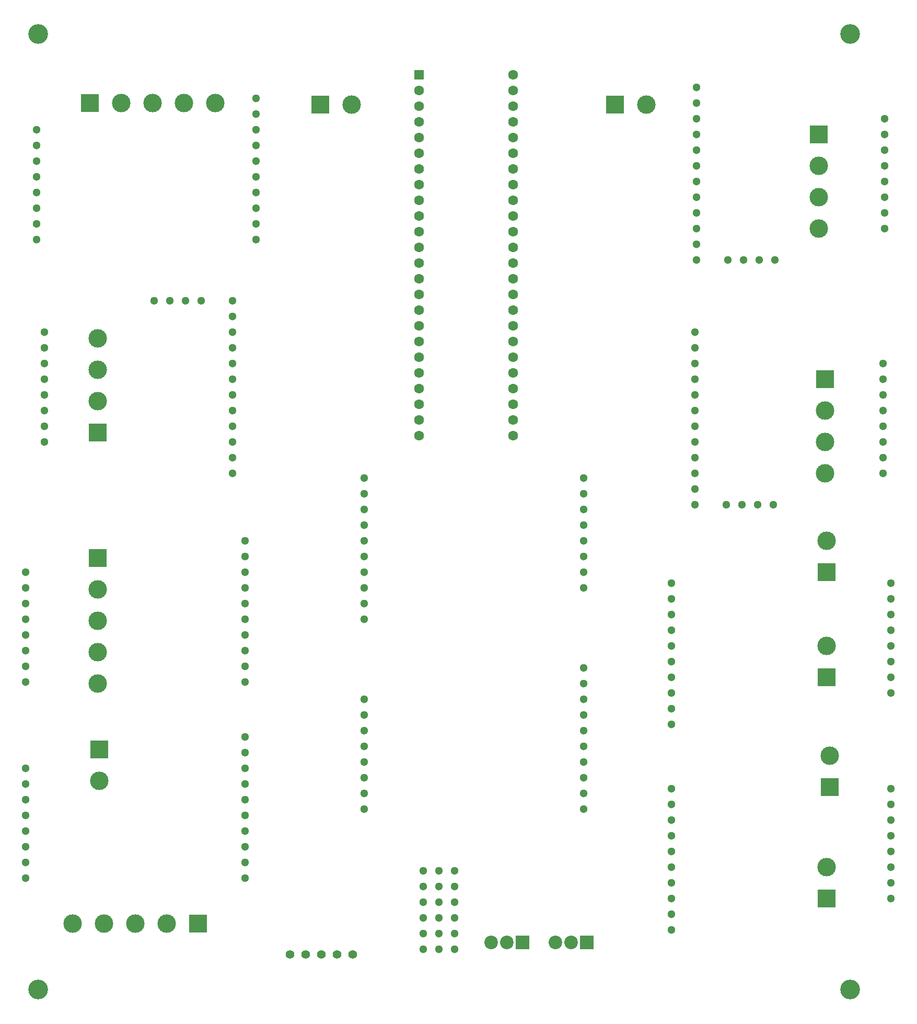
<source format=gbr>
%TF.GenerationSoftware,KiCad,Pcbnew,(5.1.7)-1*%
%TF.CreationDate,2021-02-23T20:46:47-05:00*%
%TF.ProjectId,Overall Schematics,4f766572-616c-46c2-9053-6368656d6174,rev?*%
%TF.SameCoordinates,Original*%
%TF.FileFunction,Soldermask,Bot*%
%TF.FilePolarity,Negative*%
%FSLAX46Y46*%
G04 Gerber Fmt 4.6, Leading zero omitted, Abs format (unit mm)*
G04 Created by KiCad (PCBNEW (5.1.7)-1) date 2021-02-23 20:46:47*
%MOMM*%
%LPD*%
G01*
G04 APERTURE LIST*
%ADD10C,3.200000*%
%ADD11C,2.200000*%
%ADD12R,2.200000X2.200000*%
%ADD13C,1.300000*%
%ADD14C,3.000000*%
%ADD15R,3.000000X3.000000*%
%ADD16C,1.400000*%
%ADD17C,1.600000*%
%ADD18R,1.600000X1.600000*%
G04 APERTURE END LIST*
D10*
%TO.C,H2*%
X581660000Y-466008000D03*
%TD*%
D11*
%TO.C,M12*%
X533908000Y-458470000D03*
X536448000Y-458470000D03*
D12*
X538988000Y-458470000D03*
%TD*%
D11*
%TO.C,M10*%
X523494000Y-458470000D03*
X526034000Y-458470000D03*
D12*
X528574000Y-458470000D03*
%TD*%
D13*
%TO.C,U10*%
X538480000Y-383286000D03*
X538480000Y-385826000D03*
X538480000Y-388366000D03*
X538480000Y-390906000D03*
X538480000Y-393446000D03*
X538480000Y-395986000D03*
X538480000Y-398526000D03*
X538480000Y-401066000D03*
X502920000Y-383286000D03*
X502920000Y-385826000D03*
X502920000Y-388366000D03*
X502920000Y-390906000D03*
X502920000Y-393446000D03*
X502920000Y-395986000D03*
X502920000Y-398526000D03*
X502920000Y-401066000D03*
X502920000Y-403606000D03*
X502920000Y-406146000D03*
%TD*%
D14*
%TO.C,J3*%
X578358000Y-428244000D03*
D15*
X578358000Y-433324000D03*
%TD*%
D16*
%TO.C,U13*%
X501015000Y-460375000D03*
X498475000Y-460375000D03*
X495935000Y-460375000D03*
X493395000Y-460375000D03*
X490855000Y-460375000D03*
%TD*%
D14*
%TO.C,M1*%
X576580000Y-342900000D03*
D15*
X576580000Y-327660000D03*
D14*
X576580000Y-337820000D03*
X576580000Y-332740000D03*
%TD*%
%TO.C,M2*%
X577596000Y-382524000D03*
D15*
X577596000Y-367284000D03*
D14*
X577596000Y-377444000D03*
X577596000Y-372364000D03*
%TD*%
%TO.C,M3*%
X455676000Y-455422000D03*
X460756000Y-455422000D03*
D15*
X475996000Y-455422000D03*
D14*
X465836000Y-455422000D03*
X470916000Y-455422000D03*
%TD*%
%TO.C,M4*%
X478790000Y-322580000D03*
X473710000Y-322580000D03*
D15*
X458470000Y-322580000D03*
D14*
X468630000Y-322580000D03*
X463550000Y-322580000D03*
%TD*%
%TO.C,M7*%
X577850000Y-393446000D03*
D15*
X577850000Y-398526000D03*
%TD*%
D14*
%TO.C,M8*%
X577850000Y-410464000D03*
D15*
X577850000Y-415544000D03*
%TD*%
D14*
%TO.C,M6*%
X459994000Y-432308000D03*
D15*
X459994000Y-427228000D03*
%TD*%
D14*
%TO.C,M9*%
X577850000Y-446278000D03*
D15*
X577850000Y-451358000D03*
%TD*%
D14*
%TO.C,M5*%
X459740000Y-416560000D03*
X459740000Y-411480000D03*
D15*
X459740000Y-396240000D03*
D14*
X459740000Y-406400000D03*
X459740000Y-401320000D03*
%TD*%
D13*
%TO.C,U9*%
X502920000Y-436880000D03*
X502920000Y-434340000D03*
X502920000Y-431800000D03*
X502920000Y-429260000D03*
X502920000Y-426720000D03*
X502920000Y-424180000D03*
X502920000Y-421640000D03*
X502920000Y-419100000D03*
X538480000Y-436880000D03*
X538480000Y-434340000D03*
X538480000Y-431800000D03*
X538480000Y-429260000D03*
X538480000Y-426720000D03*
X538480000Y-424180000D03*
X538480000Y-421640000D03*
X538480000Y-419100000D03*
X538480000Y-416560000D03*
X538480000Y-414020000D03*
%TD*%
D14*
%TO.C,M11*%
X459740000Y-360680000D03*
D15*
X459740000Y-375920000D03*
D14*
X459740000Y-365760000D03*
X459740000Y-370840000D03*
%TD*%
D13*
%TO.C,U11*%
X517525000Y-446850001D03*
X517525000Y-449390001D03*
X517525000Y-451930001D03*
X517525000Y-454470001D03*
X517525000Y-457010001D03*
X517525000Y-459550001D03*
X514985000Y-459550001D03*
X514985000Y-457010001D03*
X514985000Y-454470001D03*
X514985000Y-451930001D03*
X514985000Y-449390001D03*
X514985000Y-446850001D03*
X512445000Y-446850001D03*
X512445000Y-449390001D03*
X512445000Y-451930001D03*
X512445000Y-454470001D03*
X512445000Y-457010001D03*
X512445000Y-459550001D03*
%TD*%
D14*
%TO.C,J2*%
X548640000Y-322834000D03*
D15*
X543560000Y-322834000D03*
%TD*%
D14*
%TO.C,J1*%
X500888000Y-322834000D03*
D15*
X495808000Y-322834000D03*
%TD*%
D17*
%TO.C,U1*%
X511810000Y-358648000D03*
X511810000Y-361188000D03*
X511810000Y-363728000D03*
X511810000Y-366268000D03*
X511810000Y-356108000D03*
X511810000Y-353568000D03*
X511810000Y-351028000D03*
X511810000Y-368808000D03*
X511810000Y-371348000D03*
X511810000Y-373888000D03*
X511810000Y-376428000D03*
X527050000Y-376428000D03*
X527050000Y-373888000D03*
X527050000Y-371348000D03*
X527050000Y-368808000D03*
X527050000Y-366268000D03*
X527050000Y-363728000D03*
X527050000Y-361188000D03*
X527050000Y-358648000D03*
X527050000Y-356108000D03*
X527050000Y-353568000D03*
X511810000Y-348488000D03*
X511810000Y-345948000D03*
X511810000Y-343408000D03*
X511810000Y-340868000D03*
X511810000Y-338328000D03*
X511810000Y-335788000D03*
X511810000Y-333248000D03*
X511810000Y-330708000D03*
X511810000Y-328168000D03*
X511810000Y-325628000D03*
X511810000Y-323088000D03*
X511810000Y-320548000D03*
D18*
X511810000Y-318008000D03*
D17*
X527050000Y-351028000D03*
X527050000Y-348488000D03*
X527050000Y-345948000D03*
X527050000Y-343408000D03*
X527050000Y-340868000D03*
X527050000Y-338328000D03*
X527050000Y-335788000D03*
X527050000Y-333248000D03*
X527050000Y-330708000D03*
X527050000Y-328168000D03*
X527050000Y-325628000D03*
X527050000Y-323088000D03*
X527050000Y-320548000D03*
X527050000Y-318008000D03*
%TD*%
D13*
%TO.C,U7*%
X588264000Y-400304000D03*
X588264000Y-402844000D03*
X588264000Y-405384000D03*
X588264000Y-407924000D03*
X588264000Y-410464000D03*
X588264000Y-413004000D03*
X588264000Y-415544000D03*
X588264000Y-418084000D03*
X552704000Y-400304000D03*
X552704000Y-402844000D03*
X552704000Y-405384000D03*
X552704000Y-407924000D03*
X552704000Y-410464000D03*
X552704000Y-413004000D03*
X552704000Y-415544000D03*
X552704000Y-418084000D03*
X552704000Y-420624000D03*
X552704000Y-423164000D03*
%TD*%
%TO.C,U2*%
X569468000Y-347980000D03*
X566928000Y-347980000D03*
X564388000Y-347980000D03*
X561848000Y-347980000D03*
X587248000Y-342900000D03*
X587248000Y-340360000D03*
X587248000Y-337820000D03*
X587248000Y-335280000D03*
X587248000Y-332740000D03*
X587248000Y-330200000D03*
X587248000Y-327660000D03*
X587248000Y-325120000D03*
X556768000Y-347980000D03*
X556768000Y-345440000D03*
X556768000Y-342900000D03*
X556768000Y-340360000D03*
X556768000Y-337820000D03*
X556768000Y-335280000D03*
X556768000Y-332740000D03*
X556768000Y-330200000D03*
X556768000Y-327660000D03*
X556768000Y-325120000D03*
X556768000Y-322580000D03*
X556768000Y-320040000D03*
%TD*%
%TO.C,U3*%
X569214000Y-387604000D03*
X566674000Y-387604000D03*
X564134000Y-387604000D03*
X561594000Y-387604000D03*
X586994000Y-382524000D03*
X586994000Y-379984000D03*
X586994000Y-377444000D03*
X586994000Y-374904000D03*
X586994000Y-372364000D03*
X586994000Y-369824000D03*
X586994000Y-367284000D03*
X586994000Y-364744000D03*
X556514000Y-387604000D03*
X556514000Y-385064000D03*
X556514000Y-382524000D03*
X556514000Y-379984000D03*
X556514000Y-377444000D03*
X556514000Y-374904000D03*
X556514000Y-372364000D03*
X556514000Y-369824000D03*
X556514000Y-367284000D03*
X556514000Y-364744000D03*
X556514000Y-362204000D03*
X556514000Y-359664000D03*
%TD*%
%TO.C,U4*%
X448056000Y-448056000D03*
X448056000Y-445516000D03*
X448056000Y-442976000D03*
X448056000Y-440436000D03*
X448056000Y-437896000D03*
X448056000Y-435356000D03*
X448056000Y-432816000D03*
X448056000Y-430276000D03*
X483616000Y-448056000D03*
X483616000Y-445516000D03*
X483616000Y-442976000D03*
X483616000Y-440436000D03*
X483616000Y-437896000D03*
X483616000Y-435356000D03*
X483616000Y-432816000D03*
X483616000Y-430276000D03*
X483616000Y-427736000D03*
X483616000Y-425196000D03*
%TD*%
%TO.C,U5*%
X449834000Y-344678000D03*
X449834000Y-342138000D03*
X449834000Y-339598000D03*
X449834000Y-337058000D03*
X449834000Y-334518000D03*
X449834000Y-331978000D03*
X449834000Y-329438000D03*
X449834000Y-326898000D03*
X485394000Y-344678000D03*
X485394000Y-342138000D03*
X485394000Y-339598000D03*
X485394000Y-337058000D03*
X485394000Y-334518000D03*
X485394000Y-331978000D03*
X485394000Y-329438000D03*
X485394000Y-326898000D03*
X485394000Y-324358000D03*
X485394000Y-321818000D03*
%TD*%
%TO.C,U6*%
X448056000Y-416306000D03*
X448056000Y-413766000D03*
X448056000Y-411226000D03*
X448056000Y-408686000D03*
X448056000Y-406146000D03*
X448056000Y-403606000D03*
X448056000Y-401066000D03*
X448056000Y-398526000D03*
X483616000Y-416306000D03*
X483616000Y-413766000D03*
X483616000Y-411226000D03*
X483616000Y-408686000D03*
X483616000Y-406146000D03*
X483616000Y-403606000D03*
X483616000Y-401066000D03*
X483616000Y-398526000D03*
X483616000Y-395986000D03*
X483616000Y-393446000D03*
%TD*%
%TO.C,U8*%
X588264000Y-433578000D03*
X588264000Y-436118000D03*
X588264000Y-438658000D03*
X588264000Y-441198000D03*
X588264000Y-443738000D03*
X588264000Y-446278000D03*
X588264000Y-448818000D03*
X588264000Y-451358000D03*
X552704000Y-433578000D03*
X552704000Y-436118000D03*
X552704000Y-438658000D03*
X552704000Y-441198000D03*
X552704000Y-443738000D03*
X552704000Y-446278000D03*
X552704000Y-448818000D03*
X552704000Y-451358000D03*
X552704000Y-453898000D03*
X552704000Y-456438000D03*
%TD*%
%TO.C,U12*%
X468884000Y-354584000D03*
X471424000Y-354584000D03*
X473964000Y-354584000D03*
X476504000Y-354584000D03*
X451104000Y-359664000D03*
X451104000Y-362204000D03*
X451104000Y-364744000D03*
X451104000Y-367284000D03*
X451104000Y-369824000D03*
X451104000Y-372364000D03*
X451104000Y-374904000D03*
X451104000Y-377444000D03*
X481584000Y-354584000D03*
X481584000Y-357124000D03*
X481584000Y-359664000D03*
X481584000Y-362204000D03*
X481584000Y-364744000D03*
X481584000Y-367284000D03*
X481584000Y-369824000D03*
X481584000Y-372364000D03*
X481584000Y-374904000D03*
X481584000Y-377444000D03*
X481584000Y-379984000D03*
X481584000Y-382524000D03*
%TD*%
D10*
%TO.C,H1*%
X450088000Y-466090000D03*
%TD*%
%TO.C,H3*%
X581660000Y-311404000D03*
%TD*%
%TO.C,H4*%
X450088000Y-311404000D03*
%TD*%
M02*

</source>
